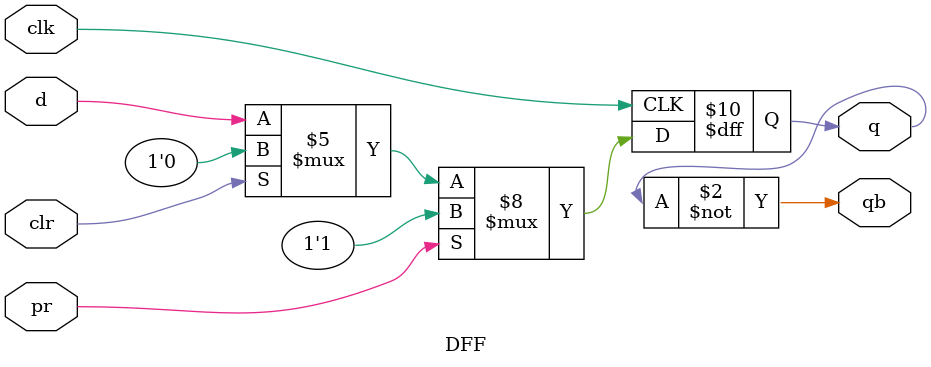
<source format=v>
module DFF(clk,pr,clr,d,q,qb);
input clk,pr,clr,d;
output q,qb;
reg q;
initial
begin
q<=1'b0;
end
always@(posedge clk)
begin
if(pr)
begin
q<=1'b1;
end
else if(clr)
begin
q<=1'b0;
end
else 
begin
q<=d;
end
end
  assign qb=~q;
endmodule


</source>
